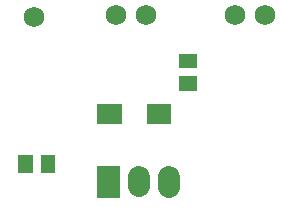
<source format=gts>
G04 Layer: TopSolderMaskLayer*
G04 EasyEDA v6.4.25, 2021-12-08T09:20:59--6:00*
G04 69f887db25cf48ce9622c15e18288c25,10*
G04 Gerber Generator version 0.2*
G04 Scale: 100 percent, Rotated: No, Reflected: No *
G04 Dimensions in millimeters *
G04 leading zeros omitted , absolute positions ,4 integer and 5 decimal *
%FSLAX45Y45*%
%MOMM*%

%ADD20C,1.9016*%
%ADD24C,1.7272*%

%LPD*%
D20*
X2413000Y13858082D02*
G01*
X2413000Y13778082D01*
X2667025Y13857091D02*
G01*
X2667025Y13777092D01*
G36*
X2758186Y14779497D02*
G01*
X2758186Y14902942D01*
X2906013Y14902942D01*
X2906013Y14779497D01*
G37*
G36*
X2758186Y14586457D02*
G01*
X2758186Y14709902D01*
X2906013Y14709902D01*
X2906013Y14586457D01*
G37*
G36*
X1391157Y13896086D02*
G01*
X1391157Y14043913D01*
X1514602Y14043913D01*
X1514602Y13896086D01*
G37*
G36*
X1584197Y13896086D02*
G01*
X1584197Y14043913D01*
X1707642Y14043913D01*
X1707642Y13896086D01*
G37*
G36*
X2479802Y14304263D02*
G01*
X2479802Y14473936D01*
X2689859Y14473936D01*
X2689859Y14304263D01*
G37*
G36*
X2059940Y14304263D02*
G01*
X2059940Y14473936D01*
X2269997Y14473936D01*
X2269997Y14304263D01*
G37*
D24*
G01*
X1524000Y15214600D03*
G36*
X2064004Y13682979D02*
G01*
X2064004Y13953236D01*
X2253995Y13953236D01*
X2253995Y13682979D01*
G37*
G01*
X2222500Y15227300D03*
G01*
X2476500Y15227300D03*
G01*
X3225800Y15227300D03*
G01*
X3479800Y15227300D03*
M02*

</source>
